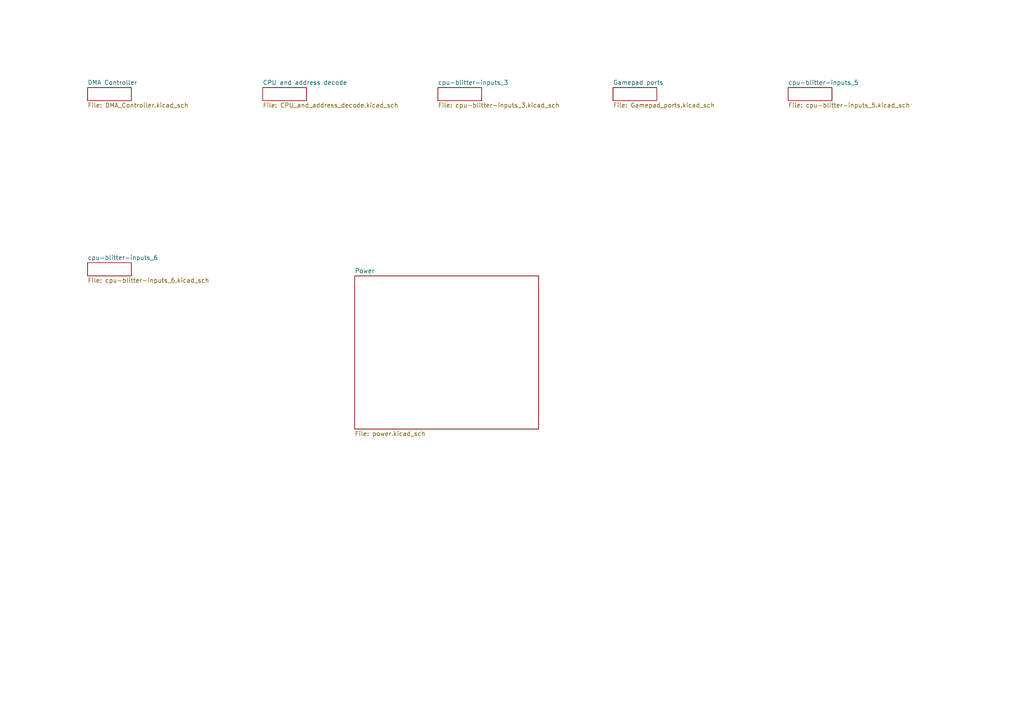
<source format=kicad_sch>
(kicad_sch
	(version 20250114)
	(generator "eeschema")
	(generator_version "9.0")
	(uuid "28034957-81b4-48a5-b869-6f4cb8f0c2fa")
	(paper "A4")
	(lib_symbols)
	(sheet
		(at 177.8 25.4)
		(size 12.7 3.81)
		(exclude_from_sim no)
		(in_bom yes)
		(on_board yes)
		(dnp no)
		(fields_autoplaced yes)
		(stroke
			(width 0)
			(type solid)
		)
		(fill
			(color 0 0 0 0.0000)
		)
		(uuid "0a9c1bb4-cd21-41da-b869-100e097503b6")
		(property "Sheetname" "Gamepad ports"
			(at 177.8 24.6884 0)
			(effects
				(font
					(size 1.27 1.27)
				)
				(justify left bottom)
			)
		)
		(property "Sheetfile" "Gamepad_ports.kicad_sch"
			(at 177.8 29.7946 0)
			(effects
				(font
					(size 1.27 1.27)
				)
				(justify left top)
			)
		)
		(instances
			(project "LogicBoard_smt"
				(path "/28034957-81b4-48a5-b869-6f4cb8f0c2fa"
					(page "4")
				)
			)
		)
	)
	(sheet
		(at 25.4 25.4)
		(size 12.7 3.81)
		(exclude_from_sim no)
		(in_bom yes)
		(on_board yes)
		(dnp no)
		(fields_autoplaced yes)
		(stroke
			(width 0)
			(type solid)
		)
		(fill
			(color 0 0 0 0.0000)
		)
		(uuid "1a1afecc-27a9-4052-a1f1-ea8e6f71b57b")
		(property "Sheetname" "DMA Controller"
			(at 25.4 24.6884 0)
			(effects
				(font
					(size 1.27 1.27)
				)
				(justify left bottom)
			)
		)
		(property "Sheetfile" "DMA_Controller.kicad_sch"
			(at 25.4 29.7946 0)
			(effects
				(font
					(size 1.27 1.27)
				)
				(justify left top)
			)
		)
		(instances
			(project "LogicBoard_smt"
				(path "/28034957-81b4-48a5-b869-6f4cb8f0c2fa"
					(page "1")
				)
			)
		)
	)
	(sheet
		(at 102.87 80.01)
		(size 53.34 44.45)
		(exclude_from_sim no)
		(in_bom yes)
		(on_board yes)
		(dnp no)
		(fields_autoplaced yes)
		(stroke
			(width 0.1524)
			(type solid)
		)
		(fill
			(color 0 0 0 0.0000)
		)
		(uuid "3cd7a415-d991-43da-8d25-a2cb0e7b5043")
		(property "Sheetname" "Power"
			(at 102.87 79.2984 0)
			(effects
				(font
					(size 1.27 1.27)
				)
				(justify left bottom)
			)
		)
		(property "Sheetfile" "power.kicad_sch"
			(at 102.87 125.0446 0)
			(effects
				(font
					(size 1.27 1.27)
				)
				(justify left top)
			)
		)
		(instances
			(project "LogicBoard_smt"
				(path "/28034957-81b4-48a5-b869-6f4cb8f0c2fa"
					(page "8")
				)
			)
		)
	)
	(sheet
		(at 127 25.4)
		(size 12.7 3.81)
		(exclude_from_sim no)
		(in_bom yes)
		(on_board yes)
		(dnp no)
		(fields_autoplaced yes)
		(stroke
			(width 0)
			(type solid)
		)
		(fill
			(color 0 0 0 0.0000)
		)
		(uuid "95bc2f6c-a227-442d-9d58-41fddaf17fd9")
		(property "Sheetname" "cpu-blitter-inputs_3"
			(at 127 24.6884 0)
			(effects
				(font
					(size 1.27 1.27)
				)
				(justify left bottom)
			)
		)
		(property "Sheetfile" "cpu-blitter-inputs_3.kicad_sch"
			(at 127 29.7946 0)
			(effects
				(font
					(size 1.27 1.27)
				)
				(justify left top)
			)
		)
		(instances
			(project "LogicBoard_smt"
				(path "/28034957-81b4-48a5-b869-6f4cb8f0c2fa"
					(page "3")
				)
			)
		)
	)
	(sheet
		(at 228.6 25.4)
		(size 12.7 3.81)
		(exclude_from_sim no)
		(in_bom yes)
		(on_board yes)
		(dnp no)
		(fields_autoplaced yes)
		(stroke
			(width 0)
			(type solid)
		)
		(fill
			(color 0 0 0 0.0000)
		)
		(uuid "e60342e7-9857-478f-9abf-0bd7d7ef0739")
		(property "Sheetname" "cpu-blitter-inputs_5"
			(at 228.6 24.6884 0)
			(effects
				(font
					(size 1.27 1.27)
				)
				(justify left bottom)
			)
		)
		(property "Sheetfile" "cpu-blitter-inputs_5.kicad_sch"
			(at 228.6 29.7946 0)
			(effects
				(font
					(size 1.27 1.27)
				)
				(justify left top)
			)
		)
		(instances
			(project "LogicBoard_smt"
				(path "/28034957-81b4-48a5-b869-6f4cb8f0c2fa"
					(page "5")
				)
			)
		)
	)
	(sheet
		(at 25.4 76.2)
		(size 12.7 3.81)
		(exclude_from_sim no)
		(in_bom yes)
		(on_board yes)
		(dnp no)
		(fields_autoplaced yes)
		(stroke
			(width 0)
			(type solid)
		)
		(fill
			(color 0 0 0 0.0000)
		)
		(uuid "ece8c674-80b2-4664-a47f-204f39ea3530")
		(property "Sheetname" "cpu-blitter-inputs_6"
			(at 25.4 75.4884 0)
			(effects
				(font
					(size 1.27 1.27)
				)
				(justify left bottom)
			)
		)
		(property "Sheetfile" "cpu-blitter-inputs_6.kicad_sch"
			(at 25.4 80.5946 0)
			(effects
				(font
					(size 1.27 1.27)
				)
				(justify left top)
			)
		)
		(instances
			(project "LogicBoard_smt"
				(path "/28034957-81b4-48a5-b869-6f4cb8f0c2fa"
					(page "6")
				)
			)
		)
	)
	(sheet
		(at 76.2 25.4)
		(size 12.7 3.81)
		(exclude_from_sim no)
		(in_bom yes)
		(on_board yes)
		(dnp no)
		(fields_autoplaced yes)
		(stroke
			(width 0)
			(type solid)
		)
		(fill
			(color 0 0 0 0.0000)
		)
		(uuid "f0ce6048-bb8c-44d1-87fc-da575349d621")
		(property "Sheetname" "CPU and address decode"
			(at 76.2 24.6884 0)
			(effects
				(font
					(size 1.27 1.27)
				)
				(justify left bottom)
			)
		)
		(property "Sheetfile" "CPU_and_address_decode.kicad_sch"
			(at 76.2 29.7946 0)
			(effects
				(font
					(size 1.27 1.27)
				)
				(justify left top)
			)
		)
		(instances
			(project "LogicBoard_smt"
				(path "/28034957-81b4-48a5-b869-6f4cb8f0c2fa"
					(page "2")
				)
			)
		)
	)
	(sheet_instances
		(path "/"
			(page "1")
		)
	)
	(embedded_fonts no)
)

</source>
